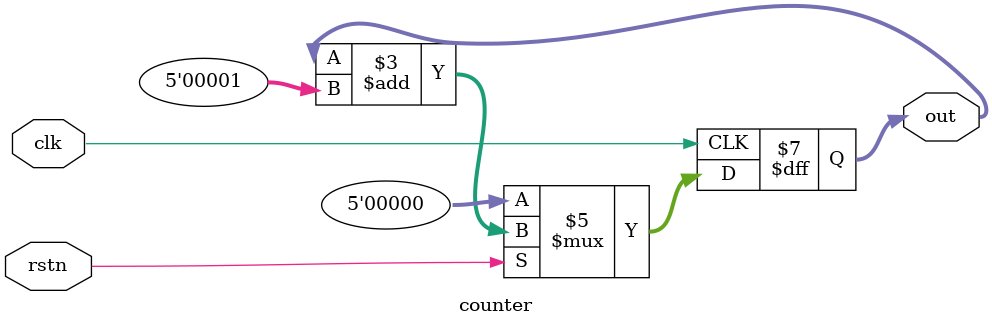
<source format=v>
module SPI(csb, so, sck, si, address, RE, WE, IO);
	input csb, sck, si;
	output reg so;
	output reg [12:0] address;
	output reg RE, WE;
	inout [7:0] IO;
	
	reg [7:0] sreg;
	wire [4:0] count;
	reg [1:0] cs, ns;
	reg neg;
	reg rst;
	counter c1 (.clk(sck), .rstn(rst), .out(count));
	
	assign IO = ((RE&~WE) | (WE&RE)) ? 8'hzz : sreg;
	
	always@(negedge sck)begin
		if(neg == 1'b1) cs <= ns;
	end
	//immediatley go to non selected state
	always@(posedge csb)begin
		cs <= 2'b00;
		neg <= 1'b0;
		RE <= 1'b0;
		WE <= 1'b0;
	end
	//immediatley go to idle state and wipe shift register
	always@(negedge csb)begin
		cs <= 2'b01;
		ns <= 2'b01;
		sreg <= 8'b11111111;
	end
	always@(posedge sck)begin
		if(!csb)begin
			if(neg == 1'b0) cs <= ns;
		end else begin
			cs <= 2'b00;
			neg <= 1'b0;
			RE <= 1'b0;
			WE <= 1'b0;
		end
	end
	
	always@(posedge sck)begin
		case(cs)
			//chip not selected state
			2'b00:begin
				so <= 1'bz;
				ns <= 2'b01;
			end
			
			//idle state
			2'b01:begin
				so <= 1'bz;
				sreg <= {sreg[6:0], si};
				if((sreg[6:0] == 7'b0000001) && (si == 1'b0))begin
					ns <= 2'b10;
				end
				else if((sreg[6:0] == 7'b0000001) && (si == 1'b1))begin
					ns <= 2'b11;
				end else if(ns == 2'b01)begin
					//resets counter
					rst <= 1'b0;
					ns <= 2'b01;
				end else rst <= 1'b1;
			end
			
			//write state
			2'b10:begin
				sreg <= {sreg[6:0], si};
				so <= 1'bz;
				case(count)
					default:begin
						ns <= ns;
					end
					5'b00111:begin
						address[12:8] <= sreg[4:0];
					end
					5'b01111:begin
						address[7:0] <= sreg[7:0];
					end
					5'b10110:begin
						WE <= 1'b1;
					end
					5'b10111:begin
						ns <= 2'b01;
						WE <= 1'b0;
					end
				endcase
			end
			
			//read state
			2'b11:begin
				sreg <= {sreg[6:0], si};
				case(count)
					default:begin
						if(neg == 1'b0)begin
							so <= 1'bz;
							ns <= ns;
						end
					end
					5'b00111:begin
						address[12:8] <= sreg[4:0];
						so <= 1'bz;
					end
					5'b01110:begin
						address[7:0] <= {sreg[6:0], si};
						so <= 1'bz;
						neg <= 1'b1;
						RE <= 1'b1;
					end
				endcase
			end
		endcase
	end
	always@(negedge sck)begin
		case(cs)
			default:begin
				ns <= ns;
				so <= so;
			end
			//read
			2'b11:begin
				case(count)
					default:begin
						ns <= ns;
						so <= so;
					end
					5'b01111:begin
						sreg <= IO;
						so <= IO[7];
					end
					
					5'b10000, 5'b10001, 5'b10010, 5'b10011, 5'b10100, 5'b10101, 5'b10110:begin
						so <= sreg[7];
						RE <= 1'b0;
					end
					5'b10111:begin
						so <= 1'bz;
						//back to idle state
						ns <= 2'b01;
						neg <= 1'b0;
					end
				endcase
			end
		endcase
	end
	
endmodule


module counter (clk, rstn, out);
	input clk, rstn;
	output reg[4:0] out;
	always @ (posedge clk) begin
		if (!rstn) out <= 5'b00000;
		else out <= out + 5'b00001;
	end
endmodule



</source>
